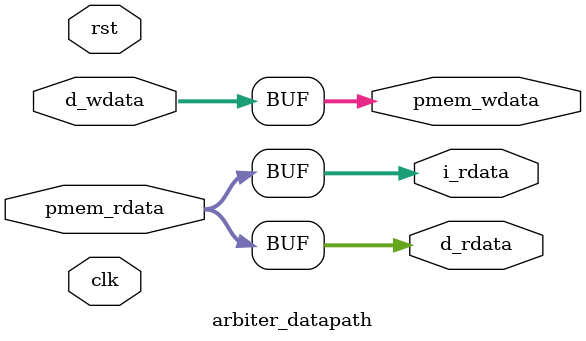
<source format=sv>
module arbiter_datapath 
(
	input clk,
	input rst,

    //dcache
    output logic [255:0] d_rdata,
    input logic [255:0] d_wdata,

    //icache
    output logic [255:0] i_rdata,

    //l2-cache
    output logic [255:0] pmem_wdata,
    input logic [255:0] pmem_rdata
);

assign i_rdata = pmem_rdata;
assign d_rdata = pmem_rdata;

assign pmem_wdata = d_wdata;

endmodule : arbiter_datapath

</source>
